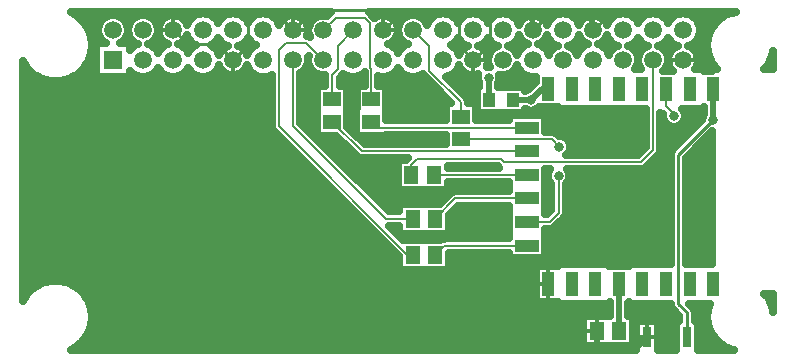
<source format=gtl>
G04 DipTrace 3.0.0.2*
G04 wifihat.GTL*
%MOMM*%
G04 #@! TF.FileFunction,Copper,L1,Top*
G04 #@! TF.Part,Single*
G04 #@! TA.AperFunction,Conductor*
%ADD10C,0.254*%
%ADD14C,0.508*%
%ADD15C,0.1778*%
G04 #@! TA.AperFunction,CopperBalancing*
%ADD16C,0.635*%
%ADD17C,0.33*%
%ADD18R,1.5X1.3*%
%ADD19R,1.3X1.5*%
G04 #@! TA.AperFunction,ComponentPad*
%ADD20R,1.5X1.5*%
%ADD21C,1.5*%
%ADD22R,1.0X1.2*%
%ADD24R,0.8X1.7*%
%ADD25R,1.0X2.0*%
%ADD26R,2.0X1.0*%
G04 #@! TA.AperFunction,ViaPad*
%ADD29C,0.8*%
%FSLAX35Y35*%
G04*
G71*
G90*
G75*
G01*
G04 Top*
%LPD*%
X3716000Y2375000D2*
D14*
Y2192000D1*
X3721000Y2187000D1*
X4632000Y231000D2*
Y124000D1*
X4672000Y84000D1*
X4962000D1*
X5057000Y179000D1*
X1045000Y2776367D2*
D10*
X1045633D1*
X1167000Y2655000D1*
X1420367D1*
X1553000Y2522367D1*
X1553367D1*
X1683000Y2652000D1*
Y2864000D1*
X1720000Y2901000D1*
X1936367D1*
X2061000Y2776367D1*
X2823000D2*
Y2876000D1*
X2752000Y2947000D1*
X2231633D1*
X2061000Y2776367D1*
X5363000Y2522367D2*
X5477367D1*
X5530000Y2575000D1*
Y2871000D1*
X5494000Y2907000D1*
X4731633D1*
X4601000Y2776367D1*
Y2833000D1*
X4524000Y2910000D1*
X4226633D1*
X4093000Y2776367D1*
Y2848000D1*
X4024000Y2917000D1*
X3786000D1*
X3725000Y2856000D1*
Y2662367D1*
X3585000Y2522367D1*
Y2525000D1*
X3462000Y2648000D1*
Y2832000D1*
X3377000Y2917000D1*
X2963633D1*
X2823000Y2776367D1*
X5286000Y2049000D2*
D15*
Y2067000D1*
X5216000Y2137000D1*
Y2274000D1*
X5219000Y2277000D1*
X3921000Y2187000D2*
D14*
X4075000D1*
X4219000Y2277000D2*
X4165000D1*
X4075000Y2187000D1*
X4044000Y1952000D2*
D15*
X2772900D1*
X2724400Y2000500D1*
X4044000Y1752000D2*
X2642700D1*
X2394200Y2000500D1*
X4044000Y1552000D2*
X3254000D1*
X3253000Y1551000D1*
X4044000Y1352000D2*
X3434800D1*
X3263900Y1181100D1*
X3481000Y1853000D2*
X4252000D1*
X4316000Y1789000D1*
X4309000Y1541000D2*
Y1229000D1*
X4236000Y1156000D1*
X4048000D1*
X4044000Y1152000D1*
Y952000D2*
X3339600D1*
X3263900Y876300D1*
X4822000Y231000D2*
D14*
Y624000D1*
X4819000Y627000D1*
X5615000Y2014000D2*
Y2273000D1*
X5619000Y2277000D1*
X5397000Y179000D2*
D10*
Y386000D1*
X5324000Y459000D1*
Y1723000D1*
X5615000Y2014000D1*
X3073900Y876300D2*
D15*
X3028700D1*
X1942000Y1963000D1*
Y2607000D1*
X2003000Y2668000D1*
X2169367D1*
X2315000Y2522367D1*
X2724400Y2190500D2*
Y2443600D1*
X2708000Y2460000D1*
Y2841000D1*
X2666000Y2883000D1*
X2421633D1*
X2315000Y2776367D1*
X3481000Y2043000D2*
Y2167000D1*
X3214000Y2434000D1*
Y2639367D1*
X3077000Y2776367D1*
X3063000Y1551000D2*
Y1638000D1*
X3111000Y1686000D1*
X3817000D1*
X3845000Y1658000D1*
X5004000D1*
X5110000Y1764000D1*
Y2521367D1*
X5109000Y2522367D1*
X3073900Y1181100D2*
X2846900D1*
X2061000Y1967000D1*
Y2522367D1*
X2394200Y2190500D2*
Y2399200D1*
X2439000Y2444000D1*
Y2646367D1*
X2569000Y2776367D1*
D29*
X3716000Y2375000D3*
X5286000Y2049000D3*
X4075000Y2187000D3*
X4316000Y1789000D3*
X4309000Y1541000D3*
X5615000Y2014000D3*
D3*
X274503Y2865083D2*
D16*
X439653D1*
X634297D2*
X693653D1*
X888297D2*
X947653D1*
X1142297D2*
X1181437D1*
X1924637D2*
X1963653D1*
X2158297D2*
X2221623D1*
X2920297D2*
X2979653D1*
X3174297D2*
X3213437D1*
X3956637D2*
X3995653D1*
X4190297D2*
X4229437D1*
X4464637D2*
X4503653D1*
X4698297D2*
X4737437D1*
X5480637D2*
X5661907D1*
X322500Y2801917D2*
X406167D1*
X5509287D2*
X5606470D1*
X349787Y2738750D2*
X409267D1*
X5506557D2*
X5576083D1*
X362063Y2675583D2*
X453297D1*
X620777D2*
X707297D1*
X874777D2*
X961297D1*
X1128777D2*
X1192227D1*
X1405847D2*
X1446110D1*
X1659847D2*
X1700110D1*
X2906777D2*
X2993297D1*
X3437847D2*
X3478110D1*
X3691847D2*
X3732110D1*
X3945847D2*
X4009297D1*
X4176777D2*
X4240227D1*
X4453847D2*
X4517297D1*
X4684777D2*
X4748227D1*
X4961847D2*
X5002110D1*
X5215847D2*
X5256110D1*
X5469847D2*
X5562813D1*
X360947Y2612417D2*
X388280D1*
X907520D2*
X928553D1*
X1161520D2*
X1182553D1*
X1415520D2*
X1457017D1*
X1649057D2*
X1690430D1*
X2939520D2*
X2960553D1*
X3447520D2*
X3489017D1*
X3681057D2*
X3743017D1*
X3935057D2*
X3976430D1*
X4209520D2*
X4251017D1*
X4443057D2*
X4484430D1*
X4717520D2*
X4759017D1*
X4951057D2*
X5013017D1*
X5205057D2*
X5267017D1*
X5459057D2*
X5563930D1*
X346437Y2549250D2*
X388307D1*
X5493533D2*
X5579930D1*
X316177Y2486083D2*
X388307D1*
X5491177D2*
X5613540D1*
X6086367D2*
X6121910D1*
X-221837Y2422917D2*
X-164093D1*
X263590D2*
X388307D1*
X899087D2*
X936893D1*
X1153087D2*
X1190893D1*
X1407087D2*
X1467560D1*
X1638390D2*
X1698863D1*
X2146390D2*
X2229560D1*
X2931087D2*
X2968893D1*
X3439087D2*
X3499560D1*
X3924390D2*
X3984863D1*
X-221837Y2359750D2*
X-58920D1*
X158293D2*
X1874730D1*
X2128283D2*
X2326917D1*
X2461533D2*
X2659920D1*
X2788953D2*
X3195703D1*
X3380793D2*
X3618870D1*
X3813140D2*
X4110623D1*
X-221837Y2296583D2*
X1874730D1*
X2128283D2*
X2260813D1*
X2527637D2*
X2593817D1*
X2855060D2*
X3258953D1*
X3443923D2*
X3612547D1*
X4029437D2*
X4068703D1*
X-221837Y2233417D2*
X1874730D1*
X2128283D2*
X2260813D1*
X2527637D2*
X2593817D1*
X2855060D2*
X3322083D1*
X3507050D2*
X3612547D1*
X-221837Y2170250D2*
X1874730D1*
X2128283D2*
X2260813D1*
X2527637D2*
X2593817D1*
X2855060D2*
X3385210D1*
X3548227D2*
X3612547D1*
X-221837Y2107083D2*
X1874730D1*
X2128283D2*
X2260813D1*
X2527637D2*
X2590963D1*
X2857787D2*
X3347630D1*
X4127043D2*
X5042783D1*
X5363807D2*
X5531187D1*
X-221837Y2043917D2*
X1874730D1*
X2128283D2*
X2260813D1*
X2527637D2*
X2590963D1*
X2857787D2*
X3347630D1*
X3614453D2*
X3885520D1*
X4202450D2*
X5042783D1*
X5384270D2*
X5521637D1*
X-221837Y1980750D2*
X1874730D1*
X2139817D2*
X2260813D1*
X2527637D2*
X2590963D1*
X4202450D2*
X5042783D1*
X5177273D2*
X5217827D1*
X5354133D2*
X5483810D1*
X-221837Y1917583D2*
X1894943D1*
X2202943D2*
X2260813D1*
X2569680D2*
X2590950D1*
X4202450D2*
X5042783D1*
X5177273D2*
X5420683D1*
X-221837Y1854417D2*
X1958073D1*
X2266073D2*
X2447717D1*
X2632810D2*
X3347630D1*
X4387120D2*
X5042783D1*
X5177273D2*
X5357553D1*
X5553313D2*
X5604857D1*
X-221837Y1791250D2*
X2021200D1*
X2329323D2*
X2510970D1*
X4414407D2*
X5042783D1*
X5177273D2*
X5294303D1*
X5490187D2*
X5604857D1*
X-221837Y1728083D2*
X2084453D1*
X2392453D2*
X2574097D1*
X4391337D2*
X4981517D1*
X5165617D2*
X5253127D1*
X5426933D2*
X5604857D1*
X-221837Y1664917D2*
X2147580D1*
X2455580D2*
X2939593D1*
X5103480D2*
X5252880D1*
X5395060D2*
X5604857D1*
X-221837Y1601750D2*
X2210707D1*
X2518707D2*
X2939593D1*
X5033780D2*
X5252880D1*
X5395060D2*
X5604857D1*
X-221837Y1538583D2*
X2273960D1*
X2581960D2*
X2939593D1*
X4407337D2*
X5252880D1*
X5395060D2*
X5604857D1*
X-221837Y1475417D2*
X2337087D1*
X2645087D2*
X2939593D1*
X3376453D2*
X3885520D1*
X4202450D2*
X4237953D1*
X4379927D2*
X5252880D1*
X5395060D2*
X5604857D1*
X-221837Y1412250D2*
X2400217D1*
X2708217D2*
X3419440D1*
X4202450D2*
X4241637D1*
X4376330D2*
X5252880D1*
X5395060D2*
X5604857D1*
X-221837Y1349083D2*
X2463343D1*
X2771467D2*
X3339320D1*
X4202450D2*
X4241637D1*
X4376330D2*
X5252880D1*
X5395060D2*
X5604857D1*
X-221837Y1285917D2*
X2526597D1*
X2834597D2*
X2950507D1*
X3461287D2*
X3885520D1*
X4202450D2*
X4241637D1*
X4376330D2*
X5252880D1*
X5395060D2*
X5604857D1*
X-221837Y1222750D2*
X2589723D1*
X3398033D2*
X3885520D1*
X4375960D2*
X5252880D1*
X5395060D2*
X5604857D1*
X-221837Y1159583D2*
X2652850D1*
X3387367D2*
X3885520D1*
X4332053D2*
X5252880D1*
X5395060D2*
X5604857D1*
X-221837Y1096417D2*
X2716103D1*
X2901073D2*
X2950507D1*
X3387367D2*
X3885520D1*
X4255037D2*
X5252880D1*
X5395060D2*
X5604857D1*
X-221837Y1033250D2*
X2779230D1*
X2964323D2*
X3885520D1*
X4202450D2*
X5252880D1*
X5395060D2*
X5604857D1*
X-221837Y970083D2*
X2842360D1*
X4202450D2*
X5252880D1*
X5395060D2*
X5604857D1*
X-221837Y906917D2*
X2905610D1*
X4202450D2*
X5252880D1*
X5395060D2*
X5604857D1*
X-221837Y843750D2*
X2950507D1*
X3387367D2*
X5252880D1*
X5395060D2*
X5604857D1*
X-221837Y780583D2*
X2950507D1*
X3387367D2*
X4295417D1*
X4742697D2*
X4895320D1*
X-221837Y717417D2*
X4110623D1*
X-221837Y654250D2*
X9787D1*
X89583D2*
X4110623D1*
X-221837Y591083D2*
X-145613D1*
X244987D2*
X4110623D1*
X305633Y527917D2*
X4110623D1*
X6073840D2*
X6121910D1*
X340483Y464750D2*
X4295417D1*
X358593Y401583D2*
X4738183D1*
X4905787D2*
X5283513D1*
X5466123D2*
X5566287D1*
X362933Y338417D2*
X4508613D1*
X4945473D2*
X5325930D1*
X5468110D2*
X5561450D1*
X354127Y275250D2*
X4508613D1*
X5155447D2*
X5298520D1*
X5495393D2*
X5571000D1*
X330933Y212083D2*
X4508613D1*
X5155447D2*
X5298520D1*
X5495393D2*
X5596547D1*
X289013Y148917D2*
X4508613D1*
X5155447D2*
X5298520D1*
X5495393D2*
X5644173D1*
X214103Y85750D2*
X4958570D1*
X5155447D2*
X5298520D1*
X5495393D2*
X5741283D1*
X426460Y2664657D2*
X476440D1*
X462310Y2673563D1*
X447147Y2686513D1*
X434197Y2701677D1*
X423780Y2718677D1*
X416150Y2737100D1*
X411493Y2756490D1*
X409930Y2776367D1*
X411493Y2796243D1*
X416150Y2815633D1*
X423780Y2834057D1*
X434197Y2851057D1*
X447147Y2866220D1*
X462310Y2879170D1*
X479310Y2889587D1*
X497733Y2897217D1*
X517123Y2901873D1*
X537000Y2903437D1*
X556877Y2901873D1*
X576267Y2897217D1*
X594690Y2889587D1*
X611690Y2879170D1*
X626853Y2866220D1*
X639803Y2851057D1*
X650220Y2834057D1*
X657850Y2815633D1*
X662507Y2796243D1*
X663960Y2779133D1*
X665493Y2796243D1*
X670150Y2815633D1*
X677780Y2834057D1*
X688197Y2851057D1*
X701147Y2866220D1*
X716310Y2879170D1*
X733310Y2889587D1*
X751733Y2897217D1*
X771123Y2901873D1*
X791000Y2903437D1*
X810877Y2901873D1*
X830267Y2897217D1*
X848690Y2889587D1*
X865690Y2879170D1*
X880853Y2866220D1*
X893803Y2851057D1*
X904220Y2834057D1*
X911850Y2815633D1*
X916507Y2796243D1*
X917960Y2779133D1*
X919483Y2796183D1*
X923853Y2814707D1*
X930937Y2832370D1*
X940583Y2848780D1*
X952567Y2863563D1*
X966627Y2876390D1*
X982447Y2886973D1*
X999667Y2895077D1*
X1017907Y2900513D1*
X1036753Y2903170D1*
X1055783Y2902977D1*
X1074573Y2899947D1*
X1092700Y2894143D1*
X1109753Y2885700D1*
X1125357Y2874800D1*
X1139160Y2861697D1*
X1150847Y2846673D1*
X1160160Y2830077D1*
X1163920Y2821033D1*
X1172220Y2840963D1*
X1183883Y2860003D1*
X1198387Y2876980D1*
X1215363Y2891483D1*
X1234403Y2903147D1*
X1255030Y2911693D1*
X1276740Y2916903D1*
X1299000Y2918657D1*
X1321260Y2916903D1*
X1342970Y2911693D1*
X1363597Y2903147D1*
X1382637Y2891483D1*
X1399613Y2876980D1*
X1414117Y2860003D1*
X1425983Y2840530D1*
X1437883Y2860003D1*
X1452387Y2876980D1*
X1469363Y2891483D1*
X1488403Y2903147D1*
X1509030Y2911693D1*
X1530740Y2916903D1*
X1553000Y2918657D1*
X1575260Y2916903D1*
X1596970Y2911693D1*
X1617597Y2903147D1*
X1636637Y2891483D1*
X1653613Y2876980D1*
X1668117Y2860003D1*
X1679983Y2840530D1*
X1691883Y2860003D1*
X1706387Y2876980D1*
X1723363Y2891483D1*
X1742403Y2903147D1*
X1763030Y2911693D1*
X1784740Y2916903D1*
X1807000Y2918657D1*
X1829260Y2916903D1*
X1850970Y2911693D1*
X1871597Y2903147D1*
X1890637Y2891483D1*
X1907613Y2876980D1*
X1922117Y2860003D1*
X1933780Y2840963D1*
X1942070Y2821033D1*
X1949877Y2838000D1*
X1960330Y2853903D1*
X1973040Y2868070D1*
X1987723Y2880180D1*
X2004050Y2889960D1*
X2021653Y2897193D1*
X2040140Y2901713D1*
X2059097Y2903423D1*
X2078093Y2902280D1*
X2096710Y2898317D1*
X2114523Y2891613D1*
X2131137Y2882327D1*
X2146173Y2870663D1*
X2159303Y2856887D1*
X2170227Y2841300D1*
X2178700Y2824257D1*
X2184533Y2806140D1*
X2187593Y2787357D1*
X2187910Y2770020D1*
X2185540Y2751137D1*
X2180373Y2732817D1*
X2178903Y2728210D1*
X2192697Y2724320D1*
X2205947Y2716727D1*
X2205197Y2717317D1*
X2200170Y2728803D1*
X2194143Y2747353D1*
X2191093Y2766613D1*
Y2786120D1*
X2194143Y2805380D1*
X2200170Y2823930D1*
X2209027Y2841307D1*
X2220490Y2857087D1*
X2234280Y2870877D1*
X2250060Y2882340D1*
X2267437Y2891197D1*
X2285987Y2897223D1*
X2305247Y2900273D1*
X2324753D1*
X2344013Y2897223D1*
X2351537Y2895100D1*
X2384730Y2927937D1*
X2055633Y2928250D1*
X178043D1*
X210150Y2911130D1*
X230200Y2897737D1*
X249133Y2882807D1*
X266840Y2866440D1*
X283207Y2848733D1*
X298137Y2829800D1*
X311530Y2809750D1*
X323313Y2788713D1*
X333407Y2766817D1*
X341753Y2744193D1*
X348300Y2720987D1*
X353003Y2697340D1*
X355837Y2673393D1*
X356783Y2649300D1*
X355837Y2625207D1*
X353003Y2601260D1*
X348300Y2577613D1*
X341753Y2554407D1*
X333407Y2531783D1*
X323313Y2509887D1*
X311530Y2488850D1*
X298137Y2468800D1*
X283207Y2449867D1*
X266840Y2432160D1*
X249133Y2415793D1*
X230200Y2400863D1*
X210150Y2387470D1*
X189113Y2375687D1*
X167217Y2365593D1*
X144593Y2357247D1*
X121387Y2350700D1*
X97740Y2345997D1*
X73793Y2343163D1*
X49700Y2342217D1*
X25607Y2343163D1*
X1660Y2345997D1*
X-21987Y2350700D1*
X-45193Y2357247D1*
X-67817Y2365593D1*
X-89713Y2375687D1*
X-110750Y2387470D1*
X-130800Y2400863D1*
X-149733Y2415793D1*
X-167440Y2432160D1*
X-183807Y2449867D1*
X-198737Y2468800D1*
X-212130Y2488850D1*
X-228290Y2519380D1*
X-228250Y479467D1*
X-212130Y509450D1*
X-198737Y529500D1*
X-183807Y548433D1*
X-167440Y566140D1*
X-149733Y582507D1*
X-130800Y597437D1*
X-110750Y610830D1*
X-89713Y622613D1*
X-67817Y632707D1*
X-45193Y641053D1*
X-21987Y647600D1*
X1660Y652303D1*
X25607Y655137D1*
X49700Y656083D1*
X73793Y655137D1*
X97740Y652303D1*
X121387Y647600D1*
X144593Y641053D1*
X167217Y632707D1*
X189113Y622613D1*
X210150Y610830D1*
X230200Y597437D1*
X249133Y582507D1*
X266840Y566140D1*
X283207Y548433D1*
X298137Y529500D1*
X311530Y509450D1*
X323313Y488413D1*
X333407Y466517D1*
X341753Y443893D1*
X348300Y420687D1*
X353003Y397040D1*
X355837Y373093D1*
X356783Y349000D1*
X355837Y324907D1*
X353003Y300960D1*
X348300Y277313D1*
X341753Y254107D1*
X333407Y231483D1*
X323313Y209587D1*
X311530Y188550D1*
X298137Y168500D1*
X283207Y149567D1*
X266840Y131860D1*
X249133Y115493D1*
X230200Y100563D1*
X210150Y87170D1*
X181157Y71720D1*
X4964923Y71750D1*
X4964930Y316070D1*
X5149070D1*
Y71717D1*
X5304993Y71750D1*
X5304930Y316070D1*
X5332340D1*
X5332230Y359207D1*
X5271600Y420930D1*
X5264160Y434213D1*
X5260027Y448867D1*
X5259230Y459620D1*
X4901710Y459710D1*
Y474963D1*
X4899470Y465250D1*
Y357970D1*
X4939070Y358070D1*
Y103930D1*
X4514930D1*
Y358070D1*
X4744493D1*
X4744530Y474953D1*
X4736290Y459710D1*
X4301710D1*
Y474963D1*
X4116930Y474930D1*
Y779070D1*
X4301700D1*
X4301710Y794290D1*
X4736290D1*
Y779033D1*
X4901600Y779070D1*
X4901710Y794290D1*
X5259343D1*
X5259430Y1728083D1*
X5262400Y1743017D1*
X5268773Y1756843D1*
X5278827Y1769380D1*
X5522930Y2014000D1*
X5524063Y2028403D1*
X5527437Y2042450D1*
X5532967Y2055800D1*
X5537550Y2063680D1*
X5537530Y2125000D1*
X5536290Y2109710D1*
X5355340D1*
X5364503Y2097107D1*
X5371060Y2084233D1*
X5375527Y2070493D1*
X5377787Y2056223D1*
Y2041777D1*
X5375527Y2027507D1*
X5371060Y2013767D1*
X5364503Y2000893D1*
X5356010Y1989207D1*
X5345793Y1978990D1*
X5334107Y1970497D1*
X5321233Y1963940D1*
X5307493Y1959473D1*
X5293223Y1957213D1*
X5278777D1*
X5264507Y1959473D1*
X5250767Y1963940D1*
X5237893Y1970497D1*
X5226207Y1978990D1*
X5215990Y1989207D1*
X5207497Y2000893D1*
X5200940Y2013767D1*
X5196473Y2027507D1*
X5194213Y2041777D1*
Y2056223D1*
X5196457Y2070410D1*
X5170960Y2076867D1*
X5170210Y1754463D1*
X5166320Y1740670D1*
X5159317Y1728170D1*
X5153107Y1720893D1*
X5039830Y1608683D1*
X5027330Y1601680D1*
X5013537Y1597790D1*
X5004000Y1597040D1*
X4382023D1*
X4391033Y1582800D1*
X4396563Y1569450D1*
X4399937Y1555403D1*
X4401070Y1541000D1*
X4399937Y1526597D1*
X4396563Y1512550D1*
X4391033Y1499200D1*
X4383487Y1486883D1*
X4369937Y1472043D1*
X4369210Y1219463D1*
X4365320Y1205670D1*
X4358317Y1193170D1*
X4352107Y1185893D1*
X4271830Y1106683D1*
X4259330Y1099680D1*
X4245537Y1095790D1*
X4236000Y1095040D1*
X4196190D1*
X4196070Y849930D1*
X3891930D1*
Y890980D1*
X3380847Y891040D1*
X3380970Y749230D1*
X2956830D1*
Y861967D1*
X1892683Y1927170D1*
X1885680Y1939670D1*
X1881790Y1953463D1*
X1881040Y1963000D1*
Y2400927D1*
X1861453Y2390907D1*
X1840217Y2384007D1*
X1818163Y2380517D1*
X1795837D1*
X1773783Y2384007D1*
X1752547Y2390907D1*
X1732653Y2401043D1*
X1714590Y2414170D1*
X1698803Y2429957D1*
X1685677Y2448020D1*
X1675540Y2467913D1*
X1671930Y2477700D1*
X1664530Y2461477D1*
X1654187Y2445503D1*
X1641570Y2431250D1*
X1626970Y2419043D1*
X1610707Y2409157D1*
X1593150Y2401807D1*
X1574693Y2397163D1*
X1555750Y2395327D1*
X1536747Y2396340D1*
X1518107Y2400183D1*
X1500247Y2406763D1*
X1483573Y2415940D1*
X1468457Y2427503D1*
X1455237Y2441193D1*
X1444210Y2456707D1*
X1435623Y2473690D1*
X1434097Y2477647D1*
X1425780Y2457770D1*
X1414117Y2438730D1*
X1399613Y2421753D1*
X1382637Y2407250D1*
X1363597Y2395587D1*
X1342970Y2387040D1*
X1321260Y2381830D1*
X1299000Y2380077D1*
X1276740Y2381830D1*
X1255030Y2387040D1*
X1234403Y2395587D1*
X1215363Y2407250D1*
X1198387Y2421753D1*
X1183883Y2438730D1*
X1172017Y2458203D1*
X1160117Y2438730D1*
X1145613Y2421753D1*
X1128637Y2407250D1*
X1109597Y2395587D1*
X1088970Y2387040D1*
X1067260Y2381830D1*
X1045000Y2380077D1*
X1022740Y2381830D1*
X1001030Y2387040D1*
X980403Y2395587D1*
X961363Y2407250D1*
X944387Y2421753D1*
X929883Y2438730D1*
X918017Y2458203D1*
X906117Y2438730D1*
X891613Y2421753D1*
X874637Y2407250D1*
X855597Y2395587D1*
X834970Y2387040D1*
X813260Y2381830D1*
X791000Y2380077D1*
X768740Y2381830D1*
X747030Y2387040D1*
X726403Y2395587D1*
X707363Y2407250D1*
X690387Y2421753D1*
X679317Y2434377D1*
X679290Y2380077D1*
X394710D1*
Y2664657D1*
X426460D1*
X597490D2*
X679290D1*
Y2610460D1*
X690387Y2622980D1*
X707363Y2637483D1*
X726403Y2649147D1*
X746333Y2657437D1*
X724607Y2668023D1*
X708473Y2679743D1*
X694377Y2693840D1*
X682657Y2709973D1*
X673603Y2727740D1*
X667440Y2746703D1*
X664323Y2766397D1*
X664040Y2773600D1*
X662507Y2756490D1*
X657850Y2737100D1*
X650220Y2718677D1*
X639803Y2701677D1*
X626853Y2686513D1*
X611690Y2673563D1*
X597373Y2664650D1*
X835667Y2657437D2*
X855597Y2649147D1*
X874637Y2637483D1*
X891613Y2622980D1*
X906117Y2606003D1*
X917983Y2586530D1*
X929883Y2606003D1*
X944387Y2622980D1*
X961363Y2637483D1*
X980403Y2649147D1*
X1000333Y2657437D1*
X980977Y2666603D1*
X965300Y2677397D1*
X951413Y2690413D1*
X939623Y2705353D1*
X930200Y2721890D1*
X923350Y2739647D1*
X919230Y2758227D1*
X918017Y2772677D1*
X916507Y2756490D1*
X911850Y2737100D1*
X904220Y2718677D1*
X893803Y2701677D1*
X880853Y2686513D1*
X865690Y2673563D1*
X848690Y2663147D1*
X835570Y2657473D1*
X1089667Y2657437D2*
X1109597Y2649147D1*
X1128637Y2637483D1*
X1145613Y2622980D1*
X1160117Y2606003D1*
X1171983Y2586530D1*
X1183883Y2606003D1*
X1198387Y2622980D1*
X1215363Y2637483D1*
X1234837Y2649350D1*
X1215363Y2661250D1*
X1198387Y2675753D1*
X1183883Y2692730D1*
X1172220Y2711770D1*
X1163930Y2731700D1*
X1156530Y2715477D1*
X1146187Y2699503D1*
X1133570Y2685250D1*
X1118970Y2673043D1*
X1102707Y2663157D1*
X1089700Y2657450D1*
X1363163Y2649350D2*
X1382637Y2637483D1*
X1399613Y2622980D1*
X1414117Y2606003D1*
X1425780Y2586963D1*
X1434070Y2567033D1*
X1441877Y2584000D1*
X1452330Y2599903D1*
X1465040Y2614070D1*
X1479723Y2626180D1*
X1496050Y2635960D1*
X1508253Y2641283D1*
X1488403Y2649587D1*
X1469363Y2661250D1*
X1452387Y2675753D1*
X1437883Y2692730D1*
X1426017Y2712203D1*
X1414117Y2692730D1*
X1399613Y2675753D1*
X1382637Y2661250D1*
X1363163Y2649383D1*
X1597703Y2641270D2*
X1617753Y2631700D1*
X1633357Y2620800D1*
X1647160Y2607697D1*
X1658847Y2592673D1*
X1668160Y2576077D1*
X1671920Y2567033D1*
X1680220Y2586963D1*
X1691883Y2606003D1*
X1706387Y2622980D1*
X1723363Y2637483D1*
X1742837Y2649350D1*
X1723363Y2661250D1*
X1706387Y2675753D1*
X1691883Y2692730D1*
X1680017Y2712203D1*
X1668117Y2692730D1*
X1653613Y2675753D1*
X1636637Y2661250D1*
X1617597Y2649587D1*
X1597667Y2641297D1*
X2187960Y2519600D2*
X2186507Y2502490D1*
X2181850Y2483100D1*
X2174220Y2464677D1*
X2163803Y2447677D1*
X2150853Y2432513D1*
X2135690Y2419563D1*
X2121920Y2410957D1*
X2121960Y1992167D1*
X2872250Y1241960D1*
X2956910Y1242060D1*
X2956830Y1308170D1*
X3304713D1*
X3398970Y1401317D1*
X3411470Y1408320D1*
X3425263Y1412210D1*
X3434800Y1412960D1*
X3891827D1*
X3891930Y1490980D1*
X3370180Y1491040D1*
X3370070Y1423930D1*
X2945930D1*
Y1678070D1*
X3016997D1*
X3029803Y1691017D1*
X2637917Y1691227D1*
X2623863Y1694023D1*
X2610850Y1700023D1*
X2599023Y1709513D1*
X2424987Y1883500D1*
X2267130Y1883430D1*
Y2307570D1*
X2333233D1*
X2333240Y2396570D1*
X2315000Y2395297D1*
X2295123Y2396860D1*
X2275733Y2401517D1*
X2257310Y2409147D1*
X2240310Y2419563D1*
X2225147Y2432513D1*
X2212197Y2447677D1*
X2201780Y2464677D1*
X2194150Y2483100D1*
X2189493Y2502490D1*
X2187677Y2532337D1*
X2187960Y2525133D1*
X2189493Y2542243D1*
X2193143Y2558070D1*
X2184560Y2552030D1*
X2187677Y2532337D1*
X2666250Y2418643D2*
X2652637Y2407250D1*
X2633597Y2395587D1*
X2612970Y2387040D1*
X2591260Y2381830D1*
X2569000Y2380077D1*
X2546740Y2381830D1*
X2525030Y2387040D1*
X2504403Y2395587D1*
X2486853Y2406257D1*
X2455203Y2373990D1*
X2455160Y2307547D1*
X2521270Y2307570D1*
Y1959687D1*
X2668040Y1812873D1*
X3353973Y1812960D1*
X3353930Y1891083D1*
X2851513Y1891040D1*
X2851470Y1883430D1*
X2597330Y1883553D1*
Y2117570D1*
X2600183D1*
X2600110Y2304790D1*
X2666213D1*
X2666220Y2418413D1*
X2949983Y2458203D2*
X2938117Y2438730D1*
X2923613Y2421753D1*
X2906637Y2407250D1*
X2887597Y2395587D1*
X2866970Y2387040D1*
X2845260Y2381830D1*
X2823000Y2380077D1*
X2800740Y2381830D1*
X2782517Y2386057D1*
X2782580Y2304817D1*
X2848690Y2304790D1*
Y2117640D1*
X2851470Y2117570D1*
Y2013017D1*
X3353950Y2012960D1*
X3353930Y2160070D1*
X3401680D1*
X3167647Y2394410D1*
X3159597Y2406510D1*
X3141597Y2395587D1*
X3120970Y2387040D1*
X3099260Y2381830D1*
X3077000Y2380077D1*
X3054740Y2381830D1*
X3033030Y2387040D1*
X3012403Y2395587D1*
X2993363Y2407250D1*
X2976387Y2421753D1*
X2961883Y2438730D1*
X2950017Y2458203D1*
X2867667Y2657437D2*
X2887597Y2649147D1*
X2906637Y2637483D1*
X2923613Y2622980D1*
X2938117Y2606003D1*
X2949983Y2586530D1*
X2961883Y2606003D1*
X2976387Y2622980D1*
X2993363Y2637483D1*
X3012403Y2649147D1*
X3032333Y2657437D1*
X3010607Y2668023D1*
X2994473Y2679743D1*
X2980377Y2693840D1*
X2968657Y2709973D1*
X2959603Y2727740D1*
X2953440Y2746703D1*
X2950323Y2766397D1*
X2949910Y2770020D1*
X2947540Y2751137D1*
X2942373Y2732817D1*
X2934530Y2715477D1*
X2924187Y2699503D1*
X2911570Y2685250D1*
X2896970Y2673043D1*
X2880707Y2663157D1*
X2867700Y2657450D1*
X2750487Y2880690D2*
X2766050Y2889960D1*
X2783653Y2897193D1*
X2802140Y2901713D1*
X2821097Y2903423D1*
X2840093Y2902280D1*
X2858710Y2898317D1*
X2876523Y2891613D1*
X2893137Y2882327D1*
X2908173Y2870663D1*
X2921303Y2856887D1*
X2932227Y2841300D1*
X2940700Y2824257D1*
X2946533Y2806140D1*
X2949593Y2787357D1*
X2949997Y2780420D1*
X2951493Y2796243D1*
X2956150Y2815633D1*
X2963780Y2834057D1*
X2974197Y2851057D1*
X2987147Y2866220D1*
X3002310Y2879170D1*
X3019310Y2889587D1*
X3037733Y2897217D1*
X3057123Y2901873D1*
X3077000Y2903437D1*
X3096877Y2901873D1*
X3116267Y2897217D1*
X3134690Y2889587D1*
X3151690Y2879170D1*
X3166853Y2866220D1*
X3179803Y2851057D1*
X3190220Y2834057D1*
X3195893Y2820937D1*
X3204220Y2840963D1*
X3215883Y2860003D1*
X3230387Y2876980D1*
X3247363Y2891483D1*
X3266403Y2903147D1*
X3287030Y2911693D1*
X3308740Y2916903D1*
X3331000Y2918657D1*
X3353260Y2916903D1*
X3374970Y2911693D1*
X3395597Y2903147D1*
X3414637Y2891483D1*
X3431613Y2876980D1*
X3446117Y2860003D1*
X3457983Y2840530D1*
X3469883Y2860003D1*
X3484387Y2876980D1*
X3501363Y2891483D1*
X3520403Y2903147D1*
X3541030Y2911693D1*
X3562740Y2916903D1*
X3585000Y2918657D1*
X3607260Y2916903D1*
X3628970Y2911693D1*
X3649597Y2903147D1*
X3668637Y2891483D1*
X3685613Y2876980D1*
X3700117Y2860003D1*
X3711983Y2840530D1*
X3723883Y2860003D1*
X3738387Y2876980D1*
X3755363Y2891483D1*
X3774403Y2903147D1*
X3795030Y2911693D1*
X3816740Y2916903D1*
X3839000Y2918657D1*
X3861260Y2916903D1*
X3882970Y2911693D1*
X3903597Y2903147D1*
X3922637Y2891483D1*
X3939613Y2876980D1*
X3954117Y2860003D1*
X3965780Y2840963D1*
X3974070Y2821033D1*
X3981877Y2838000D1*
X3992330Y2853903D1*
X4005040Y2868070D1*
X4019723Y2880180D1*
X4036050Y2889960D1*
X4053653Y2897193D1*
X4072140Y2901713D1*
X4091097Y2903423D1*
X4110093Y2902280D1*
X4128710Y2898317D1*
X4146523Y2891613D1*
X4163137Y2882327D1*
X4178173Y2870663D1*
X4191303Y2856887D1*
X4202227Y2841300D1*
X4211920Y2821033D1*
X4220220Y2840963D1*
X4231883Y2860003D1*
X4246387Y2876980D1*
X4263363Y2891483D1*
X4282403Y2903147D1*
X4303030Y2911693D1*
X4324740Y2916903D1*
X4347000Y2918657D1*
X4369260Y2916903D1*
X4390970Y2911693D1*
X4411597Y2903147D1*
X4430637Y2891483D1*
X4447613Y2876980D1*
X4462117Y2860003D1*
X4473780Y2840963D1*
X4482070Y2821033D1*
X4489877Y2838000D1*
X4500330Y2853903D1*
X4513040Y2868070D1*
X4527723Y2880180D1*
X4544050Y2889960D1*
X4561653Y2897193D1*
X4580140Y2901713D1*
X4599097Y2903423D1*
X4618093Y2902280D1*
X4636710Y2898317D1*
X4654523Y2891613D1*
X4671137Y2882327D1*
X4686173Y2870663D1*
X4699303Y2856887D1*
X4710227Y2841300D1*
X4719920Y2821033D1*
X4728220Y2840963D1*
X4739883Y2860003D1*
X4754387Y2876980D1*
X4771363Y2891483D1*
X4790403Y2903147D1*
X4811030Y2911693D1*
X4832740Y2916903D1*
X4855000Y2918657D1*
X4877260Y2916903D1*
X4898970Y2911693D1*
X4919597Y2903147D1*
X4938637Y2891483D1*
X4955613Y2876980D1*
X4970117Y2860003D1*
X4981983Y2840530D1*
X4993883Y2860003D1*
X5008387Y2876980D1*
X5025363Y2891483D1*
X5044403Y2903147D1*
X5065030Y2911693D1*
X5086740Y2916903D1*
X5109000Y2918657D1*
X5131260Y2916903D1*
X5152970Y2911693D1*
X5173597Y2903147D1*
X5192637Y2891483D1*
X5209613Y2876980D1*
X5224117Y2860003D1*
X5235983Y2840530D1*
X5247883Y2860003D1*
X5262387Y2876980D1*
X5279363Y2891483D1*
X5298403Y2903147D1*
X5319030Y2911693D1*
X5340740Y2916903D1*
X5363000Y2918657D1*
X5385260Y2916903D1*
X5406970Y2911693D1*
X5427597Y2903147D1*
X5446637Y2891483D1*
X5463613Y2876980D1*
X5478117Y2860003D1*
X5489780Y2840963D1*
X5498327Y2820337D1*
X5503537Y2798627D1*
X5505290Y2776367D1*
X5503537Y2754107D1*
X5498327Y2732397D1*
X5489780Y2711770D1*
X5478117Y2692730D1*
X5463613Y2675753D1*
X5446637Y2661250D1*
X5427597Y2649587D1*
X5407667Y2641297D1*
X5427753Y2631700D1*
X5443357Y2620800D1*
X5457160Y2607697D1*
X5468847Y2592673D1*
X5478160Y2576077D1*
X5484890Y2558277D1*
X5488887Y2539667D1*
X5490070Y2522367D1*
X5488643Y2503387D1*
X5484400Y2484833D1*
X5477433Y2467123D1*
X5467900Y2450653D1*
X5463210Y2444280D1*
X5536290Y2444290D1*
Y2429033D1*
X5611310Y2429070D1*
X5611250Y2450750D1*
X5649573D1*
X5635503Y2466100D1*
X5621790Y2483497D1*
X5609483Y2501913D1*
X5598663Y2521237D1*
X5589390Y2541350D1*
X5581723Y2562130D1*
X5575710Y2583450D1*
X5571390Y2605173D1*
X5568787Y2627167D1*
X5567917Y2649300D1*
X5568787Y2671433D1*
X5571390Y2693427D1*
X5575710Y2715150D1*
X5581723Y2736470D1*
X5589390Y2757250D1*
X5598663Y2777363D1*
X5609483Y2796687D1*
X5621790Y2815103D1*
X5635503Y2832500D1*
X5650537Y2848763D1*
X5666800Y2863797D1*
X5684197Y2877510D1*
X5702613Y2889817D1*
X5721937Y2900637D1*
X5742050Y2909910D1*
X5762830Y2917577D1*
X5784150Y2923590D1*
X5809050Y2928287D1*
X2702417Y2928247D1*
X2749140Y2882140D1*
X2749903Y2881313D1*
X3466070Y2477700D2*
X3457780Y2457770D1*
X3446117Y2438730D1*
X3431613Y2421753D1*
X3414637Y2407250D1*
X3395597Y2395587D1*
X3374970Y2387040D1*
X3352437Y2381730D1*
X3530317Y2202830D1*
X3537320Y2190330D1*
X3541210Y2176537D1*
X3541960Y2160180D1*
X3608070Y2160070D1*
Y2012853D1*
X3891963Y2012960D1*
X3891930Y2054070D1*
X4196070D1*
Y1914047D1*
X4261537Y1913210D1*
X4275330Y1909320D1*
X4287830Y1902317D1*
X4295107Y1896107D1*
X4310277Y1880933D1*
X4330403Y1879937D1*
X4344450Y1876563D1*
X4357800Y1871033D1*
X4370117Y1863487D1*
X4381103Y1854103D1*
X4390487Y1843117D1*
X4398033Y1830800D1*
X4403563Y1817450D1*
X4406937Y1803403D1*
X4408070Y1789000D1*
X4406937Y1774597D1*
X4403563Y1760550D1*
X4398033Y1747200D1*
X4390487Y1734883D1*
X4381103Y1723897D1*
X4375727Y1718937D1*
X4978697Y1718960D1*
X5049030Y1789243D1*
X5049040Y2109653D1*
X4501710Y2109710D1*
X4301710D1*
Y2124963D1*
X4143097Y2124930D1*
X4129117Y2112513D1*
X4116800Y2104967D1*
X4103450Y2099437D1*
X4089403Y2096063D1*
X4075000Y2094930D1*
X4060597Y2096063D1*
X4046550Y2099437D1*
X4033200Y2104967D1*
X4025320Y2109550D1*
X4023070Y2108570D1*
Y2074930D1*
X3618930D1*
Y2299070D1*
X3638650D1*
X3638530Y2325327D1*
X3630940Y2339767D1*
X3626473Y2353507D1*
X3624213Y2367777D1*
Y2382223D1*
X3626473Y2396493D1*
X3628277Y2402880D1*
X3606693Y2397163D1*
X3587750Y2395327D1*
X3568747Y2396340D1*
X3550107Y2400183D1*
X3532247Y2406763D1*
X3515573Y2415940D1*
X3500457Y2427503D1*
X3487237Y2441193D1*
X3476210Y2456707D1*
X3467623Y2473690D1*
X3466097Y2477647D1*
X3395163Y2649350D2*
X3414637Y2637483D1*
X3431613Y2622980D1*
X3446117Y2606003D1*
X3457780Y2586963D1*
X3466070Y2567033D1*
X3473877Y2584000D1*
X3484330Y2599903D1*
X3497040Y2614070D1*
X3511723Y2626180D1*
X3528050Y2635960D1*
X3540253Y2641283D1*
X3520403Y2649587D1*
X3501363Y2661250D1*
X3484387Y2675753D1*
X3469883Y2692730D1*
X3458017Y2712203D1*
X3446117Y2692730D1*
X3431613Y2675753D1*
X3414637Y2661250D1*
X3395163Y2649383D1*
X3711980Y2518770D2*
X3709540Y2497137D1*
X3704373Y2478817D1*
X3698537Y2465380D1*
X3716000Y2467070D1*
X3724823Y2466597D1*
X3718150Y2483100D1*
X3713493Y2502490D1*
X3711997Y2526420D1*
X3713493Y2542243D1*
X3718150Y2561633D1*
X3725780Y2580057D1*
X3736197Y2597057D1*
X3749147Y2612220D1*
X3764310Y2625170D1*
X3781310Y2635587D1*
X3794430Y2641260D1*
X3774403Y2649587D1*
X3755363Y2661250D1*
X3738387Y2675753D1*
X3723883Y2692730D1*
X3712017Y2712203D1*
X3700117Y2692730D1*
X3685613Y2675753D1*
X3668637Y2661250D1*
X3649597Y2649587D1*
X3629667Y2641297D1*
X3649753Y2631700D1*
X3665357Y2620800D1*
X3679160Y2607697D1*
X3690847Y2592673D1*
X3700160Y2576077D1*
X3706890Y2558277D1*
X3710887Y2539667D1*
X3711983Y2527020D1*
X3957893Y2477797D2*
X3952220Y2464677D1*
X3941803Y2447677D1*
X3928853Y2432513D1*
X3913690Y2419563D1*
X3896690Y2409147D1*
X3878267Y2401517D1*
X3858877Y2396860D1*
X3839000Y2395297D1*
X3819123Y2396860D1*
X3804573Y2400150D1*
X3807787Y2382223D1*
Y2367777D1*
X3805527Y2353507D1*
X3801060Y2339767D1*
X3793450Y2325320D1*
X3793470Y2298973D1*
X4023070Y2299070D1*
Y2264467D1*
X4039767Y2272060D1*
X4055363Y2276897D1*
X4115490Y2336540D1*
X4116930Y2347180D1*
Y2382030D1*
X4093000Y2380077D1*
X4070740Y2381830D1*
X4049030Y2387040D1*
X4028403Y2395587D1*
X4009363Y2407250D1*
X3992387Y2421753D1*
X3977883Y2438730D1*
X3966220Y2457770D1*
X3957930Y2477700D1*
X3883570Y2641260D2*
X3896690Y2635587D1*
X3913690Y2625170D1*
X3928853Y2612220D1*
X3941803Y2597057D1*
X3952220Y2580057D1*
X3957893Y2566937D1*
X3966220Y2586963D1*
X3977883Y2606003D1*
X3992387Y2622980D1*
X4009363Y2637483D1*
X4028403Y2649147D1*
X4048333Y2657437D1*
X4028977Y2666603D1*
X4013300Y2677397D1*
X3999413Y2690413D1*
X3987623Y2705353D1*
X3978200Y2721890D1*
X3974097Y2731647D1*
X3965780Y2711770D1*
X3954117Y2692730D1*
X3939613Y2675753D1*
X3922637Y2661250D1*
X3903597Y2649587D1*
X3883667Y2641297D1*
X4137667Y2657437D2*
X4157597Y2649147D1*
X4176637Y2637483D1*
X4193613Y2622980D1*
X4208117Y2606003D1*
X4219780Y2586963D1*
X4228070Y2567033D1*
X4238657Y2588760D1*
X4250377Y2604893D1*
X4264473Y2618990D1*
X4280607Y2630710D1*
X4298373Y2639763D1*
X4302430Y2641260D1*
X4282403Y2649587D1*
X4263363Y2661250D1*
X4246387Y2675753D1*
X4231883Y2692730D1*
X4220220Y2711770D1*
X4211930Y2731700D1*
X4204530Y2715477D1*
X4194187Y2699503D1*
X4181570Y2685250D1*
X4166970Y2673043D1*
X4150707Y2663157D1*
X4137700Y2657450D1*
X4391570Y2641260D2*
X4404690Y2635587D1*
X4421690Y2625170D1*
X4436853Y2612220D1*
X4449803Y2597057D1*
X4460220Y2580057D1*
X4465893Y2566937D1*
X4474220Y2586963D1*
X4485883Y2606003D1*
X4500387Y2622980D1*
X4517363Y2637483D1*
X4536403Y2649147D1*
X4556333Y2657437D1*
X4536977Y2666603D1*
X4521300Y2677397D1*
X4507413Y2690413D1*
X4495623Y2705353D1*
X4486200Y2721890D1*
X4482097Y2731647D1*
X4473780Y2711770D1*
X4462117Y2692730D1*
X4447613Y2675753D1*
X4430637Y2661250D1*
X4411597Y2649587D1*
X4391667Y2641297D1*
X4645667Y2657437D2*
X4665597Y2649147D1*
X4684637Y2637483D1*
X4701613Y2622980D1*
X4716117Y2606003D1*
X4727780Y2586963D1*
X4736070Y2567033D1*
X4746657Y2588760D1*
X4758377Y2604893D1*
X4772473Y2618990D1*
X4788607Y2630710D1*
X4806373Y2639763D1*
X4810430Y2641260D1*
X4790403Y2649587D1*
X4771363Y2661250D1*
X4754387Y2675753D1*
X4739883Y2692730D1*
X4728220Y2711770D1*
X4719930Y2731700D1*
X4712530Y2715477D1*
X4702187Y2699503D1*
X4689570Y2685250D1*
X4674970Y2673043D1*
X4658707Y2663157D1*
X4645700Y2657450D1*
X4981960Y2519600D2*
X4980507Y2502490D1*
X4975850Y2483100D1*
X4968220Y2464677D1*
X4957803Y2447677D1*
X4955123Y2444280D1*
X5008740Y2444290D1*
X4995780Y2464677D1*
X4988150Y2483100D1*
X4983493Y2502490D1*
X4981677Y2532337D1*
X4981960Y2525133D1*
X4983493Y2542243D1*
X4988150Y2561633D1*
X4995780Y2580057D1*
X5006197Y2597057D1*
X5019147Y2612220D1*
X5034310Y2625170D1*
X5051310Y2635587D1*
X5064430Y2641260D1*
X5044403Y2649587D1*
X5025363Y2661250D1*
X5008387Y2675753D1*
X4993883Y2692730D1*
X4982017Y2712203D1*
X4970117Y2692730D1*
X4955613Y2675753D1*
X4938637Y2661250D1*
X4919597Y2649587D1*
X4899667Y2641297D1*
X4921393Y2630710D1*
X4937527Y2618990D1*
X4951623Y2604893D1*
X4963343Y2588760D1*
X4972397Y2570993D1*
X4978560Y2552030D1*
X4981677Y2532337D1*
X5235960Y2519600D2*
X5234507Y2502490D1*
X5229850Y2483100D1*
X5222220Y2464677D1*
X5211803Y2447677D1*
X5198853Y2432513D1*
X5195103Y2429050D1*
X5276797Y2429070D1*
X5265237Y2441193D1*
X5254210Y2456707D1*
X5245623Y2473690D1*
X5239670Y2491767D1*
X5236483Y2510530D1*
X5236133Y2529560D1*
X5238630Y2548427D1*
X5243920Y2566710D1*
X5251877Y2584000D1*
X5262330Y2599903D1*
X5275040Y2614070D1*
X5289723Y2626180D1*
X5306050Y2635960D1*
X5318253Y2641283D1*
X5298403Y2649587D1*
X5279363Y2661250D1*
X5262387Y2675753D1*
X5247883Y2692730D1*
X5236017Y2712203D1*
X5224117Y2692730D1*
X5209613Y2675753D1*
X5192637Y2661250D1*
X5173597Y2649587D1*
X5153667Y2641297D1*
X5175393Y2630710D1*
X5191527Y2618990D1*
X5205623Y2604893D1*
X5217343Y2588760D1*
X5226397Y2570993D1*
X5232560Y2552030D1*
X5235677Y2532337D1*
X4196070Y1597143D2*
Y1216987D1*
X4210750Y1216960D1*
X4248057Y1254267D1*
X4248040Y1471963D1*
X4234513Y1486883D1*
X4226967Y1499200D1*
X4221437Y1512550D1*
X4218063Y1526597D1*
X4216930Y1541000D1*
X4218063Y1555403D1*
X4221437Y1569450D1*
X4226967Y1582800D1*
X4236070Y1597090D1*
X4195987Y1597040D1*
X3892000Y1249930D2*
X3891930Y1290980D1*
X3459973Y1291040D1*
X3381000Y1211990D1*
X3380970Y1054030D1*
X2956830D1*
Y1120133D1*
X2871123Y1120140D1*
X2988580Y1003370D1*
X3306943D1*
X3316270Y1008320D1*
X3330063Y1012210D1*
X3371350Y1012960D1*
X3891877D1*
X3892053Y1254070D1*
X5388650Y794290D2*
X5611223D1*
X5611250Y1918810D1*
X5388777Y1696177D1*
X5388770Y794190D1*
X5536290Y459777D2*
X5414870Y459710D1*
X5449400Y424070D1*
X5456840Y410787D1*
X5460973Y396133D1*
X5461770Y386000D1*
Y316173D1*
X5489070Y316070D1*
Y71620D1*
X5796127Y71750D1*
X5762530Y80423D1*
X5741750Y88090D1*
X5721637Y97363D1*
X5702313Y108183D1*
X5683897Y120490D1*
X5666500Y134203D1*
X5650237Y149237D1*
X5635203Y165500D1*
X5621490Y182897D1*
X5609183Y201313D1*
X5598363Y220637D1*
X5589090Y240750D1*
X5581423Y261530D1*
X5575410Y282850D1*
X5571090Y304573D1*
X5568487Y326567D1*
X5567617Y348700D1*
X5568487Y370833D1*
X5571090Y392827D1*
X5575410Y414550D1*
X5581423Y435870D1*
X5590500Y459713D1*
X5501710Y459833D1*
X3370070Y1625110D2*
Y1612957D1*
X3804043Y1612960D1*
X3791760Y1625030D1*
X3370143Y1625040D1*
X6128290Y2603560D2*
X6124290Y2583450D1*
X6118277Y2562130D1*
X6110610Y2541350D1*
X6101337Y2521237D1*
X6090517Y2501913D1*
X6078210Y2483497D1*
X6064497Y2466100D1*
X6050343Y2450790D1*
X6128303Y2450750D1*
X6128250Y2602883D1*
X6051807Y545303D2*
X6077910Y514503D1*
X6090217Y496087D1*
X6101037Y476763D1*
X6110310Y456650D1*
X6117977Y435870D1*
X6123990Y414550D1*
X6128293Y392913D1*
X6128253Y545333D1*
X6051980Y545250D1*
X1045000Y2903313D2*
D17*
Y2776367D1*
X918053D2*
X1045000D1*
X1553000Y2522367D2*
Y2395420D1*
X2061000Y2903313D2*
Y2776367D1*
X2187947D1*
X2823000Y2903313D2*
Y2776367D1*
X2949947D1*
X3585000Y2522367D2*
Y2395420D1*
Y2522367D2*
X3711947D1*
X4093000Y2903313D2*
Y2776367D1*
X4601000Y2903313D2*
Y2776367D1*
X5236053Y2522367D2*
X5489947D1*
X4219000Y778947D2*
Y475053D1*
X4117053Y627000D2*
X4219000D1*
X4632000Y357947D2*
Y104053D1*
X4515053Y231000D2*
X4632000D1*
X5057000Y315947D2*
Y179000D1*
X4965053D2*
X5148947D1*
D20*
X537000Y2522367D3*
D21*
Y2776367D3*
X791000Y2522367D3*
Y2776367D3*
X1045000Y2522367D3*
Y2776367D3*
X1299000Y2522367D3*
Y2776367D3*
X1553000Y2522367D3*
Y2776367D3*
X1807000Y2522367D3*
Y2776367D3*
X2061000Y2522367D3*
Y2776367D3*
X2315000Y2522367D3*
Y2776367D3*
X2569000Y2522367D3*
Y2776367D3*
X2823000Y2522367D3*
Y2776367D3*
X3077000Y2522367D3*
Y2776367D3*
X3331000Y2522367D3*
Y2776367D3*
X3585000Y2522367D3*
Y2776367D3*
X3839000Y2522367D3*
Y2776367D3*
X4093000Y2522367D3*
Y2776367D3*
X4347000Y2522367D3*
Y2776367D3*
X4601000Y2522367D3*
Y2776367D3*
X4855000Y2522367D3*
Y2776367D3*
X5109000Y2522367D3*
Y2776367D3*
X5363000Y2522367D3*
Y2776367D3*
D22*
X3721000Y2187000D3*
X3921000D3*
D18*
X2724400Y2000500D3*
Y2190500D3*
X2394200Y2000500D3*
Y2190500D3*
D19*
X3253000Y1551000D3*
X3063000D3*
X3263900Y1181100D3*
X3073900D3*
D18*
X3481000Y1853000D3*
Y2043000D3*
D19*
X3263900Y876300D3*
X3073900D3*
X4822000Y231000D3*
X4632000D3*
D24*
X5397000Y179000D3*
X5057000D3*
D25*
X5618999Y2277000D3*
X5418999D3*
X5218999D3*
X5018999D3*
X4818999D3*
X4618999D3*
X4418999D3*
X4218999D3*
D26*
X4043999Y1952000D3*
Y1752000D3*
Y1552000D3*
Y1352000D3*
Y1152000D3*
Y952000D3*
D25*
X4218999Y627000D3*
X4418999D3*
X4618999D3*
X4818999D3*
X5018999D3*
X5218999D3*
X5418999D3*
X5618999D3*
M02*

</source>
